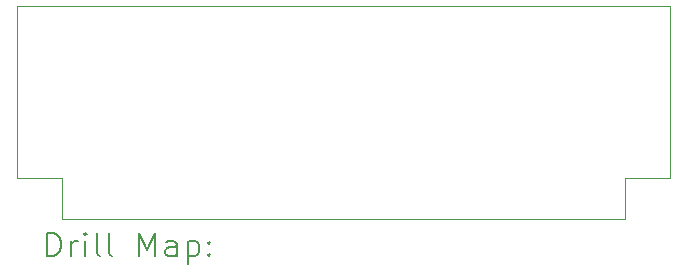
<source format=gbr>
%TF.GenerationSoftware,KiCad,Pcbnew,7.0.7*%
%TF.CreationDate,2023-10-10T05:26:58-05:00*%
%TF.ProjectId,psio-qsb,7073696f-2d71-4736-922e-6b696361645f,rev?*%
%TF.SameCoordinates,Original*%
%TF.FileFunction,Drillmap*%
%TF.FilePolarity,Positive*%
%FSLAX45Y45*%
G04 Gerber Fmt 4.5, Leading zero omitted, Abs format (unit mm)*
G04 Created by KiCad (PCBNEW 7.0.7) date 2023-10-10 05:26:58*
%MOMM*%
%LPD*%
G01*
G04 APERTURE LIST*
%ADD10C,0.100000*%
%ADD11C,0.200000*%
G04 APERTURE END LIST*
D10*
X17710000Y-11460000D02*
X12180000Y-11460000D01*
X12180000Y-11460000D02*
X12180000Y-12915000D01*
X17330000Y-12910000D02*
X17710000Y-12910000D01*
X12560000Y-13260000D02*
X17330000Y-13260000D01*
X12180000Y-12915000D02*
X12560000Y-12915000D01*
X17330000Y-13260000D02*
X17330000Y-12910000D01*
X12560000Y-12915000D02*
X12560000Y-13260000D01*
X17710000Y-12910000D02*
X17710000Y-11460000D01*
D11*
X12435777Y-13576484D02*
X12435777Y-13376484D01*
X12435777Y-13376484D02*
X12483396Y-13376484D01*
X12483396Y-13376484D02*
X12511967Y-13386008D01*
X12511967Y-13386008D02*
X12531015Y-13405055D01*
X12531015Y-13405055D02*
X12540539Y-13424103D01*
X12540539Y-13424103D02*
X12550062Y-13462198D01*
X12550062Y-13462198D02*
X12550062Y-13490769D01*
X12550062Y-13490769D02*
X12540539Y-13528865D01*
X12540539Y-13528865D02*
X12531015Y-13547912D01*
X12531015Y-13547912D02*
X12511967Y-13566960D01*
X12511967Y-13566960D02*
X12483396Y-13576484D01*
X12483396Y-13576484D02*
X12435777Y-13576484D01*
X12635777Y-13576484D02*
X12635777Y-13443150D01*
X12635777Y-13481246D02*
X12645301Y-13462198D01*
X12645301Y-13462198D02*
X12654824Y-13452674D01*
X12654824Y-13452674D02*
X12673872Y-13443150D01*
X12673872Y-13443150D02*
X12692920Y-13443150D01*
X12759586Y-13576484D02*
X12759586Y-13443150D01*
X12759586Y-13376484D02*
X12750062Y-13386008D01*
X12750062Y-13386008D02*
X12759586Y-13395531D01*
X12759586Y-13395531D02*
X12769110Y-13386008D01*
X12769110Y-13386008D02*
X12759586Y-13376484D01*
X12759586Y-13376484D02*
X12759586Y-13395531D01*
X12883396Y-13576484D02*
X12864348Y-13566960D01*
X12864348Y-13566960D02*
X12854824Y-13547912D01*
X12854824Y-13547912D02*
X12854824Y-13376484D01*
X12988158Y-13576484D02*
X12969110Y-13566960D01*
X12969110Y-13566960D02*
X12959586Y-13547912D01*
X12959586Y-13547912D02*
X12959586Y-13376484D01*
X13216729Y-13576484D02*
X13216729Y-13376484D01*
X13216729Y-13376484D02*
X13283396Y-13519341D01*
X13283396Y-13519341D02*
X13350062Y-13376484D01*
X13350062Y-13376484D02*
X13350062Y-13576484D01*
X13531015Y-13576484D02*
X13531015Y-13471722D01*
X13531015Y-13471722D02*
X13521491Y-13452674D01*
X13521491Y-13452674D02*
X13502443Y-13443150D01*
X13502443Y-13443150D02*
X13464348Y-13443150D01*
X13464348Y-13443150D02*
X13445301Y-13452674D01*
X13531015Y-13566960D02*
X13511967Y-13576484D01*
X13511967Y-13576484D02*
X13464348Y-13576484D01*
X13464348Y-13576484D02*
X13445301Y-13566960D01*
X13445301Y-13566960D02*
X13435777Y-13547912D01*
X13435777Y-13547912D02*
X13435777Y-13528865D01*
X13435777Y-13528865D02*
X13445301Y-13509817D01*
X13445301Y-13509817D02*
X13464348Y-13500293D01*
X13464348Y-13500293D02*
X13511967Y-13500293D01*
X13511967Y-13500293D02*
X13531015Y-13490769D01*
X13626253Y-13443150D02*
X13626253Y-13643150D01*
X13626253Y-13452674D02*
X13645301Y-13443150D01*
X13645301Y-13443150D02*
X13683396Y-13443150D01*
X13683396Y-13443150D02*
X13702443Y-13452674D01*
X13702443Y-13452674D02*
X13711967Y-13462198D01*
X13711967Y-13462198D02*
X13721491Y-13481246D01*
X13721491Y-13481246D02*
X13721491Y-13538388D01*
X13721491Y-13538388D02*
X13711967Y-13557436D01*
X13711967Y-13557436D02*
X13702443Y-13566960D01*
X13702443Y-13566960D02*
X13683396Y-13576484D01*
X13683396Y-13576484D02*
X13645301Y-13576484D01*
X13645301Y-13576484D02*
X13626253Y-13566960D01*
X13807205Y-13557436D02*
X13816729Y-13566960D01*
X13816729Y-13566960D02*
X13807205Y-13576484D01*
X13807205Y-13576484D02*
X13797682Y-13566960D01*
X13797682Y-13566960D02*
X13807205Y-13557436D01*
X13807205Y-13557436D02*
X13807205Y-13576484D01*
X13807205Y-13452674D02*
X13816729Y-13462198D01*
X13816729Y-13462198D02*
X13807205Y-13471722D01*
X13807205Y-13471722D02*
X13797682Y-13462198D01*
X13797682Y-13462198D02*
X13807205Y-13452674D01*
X13807205Y-13452674D02*
X13807205Y-13471722D01*
M02*

</source>
